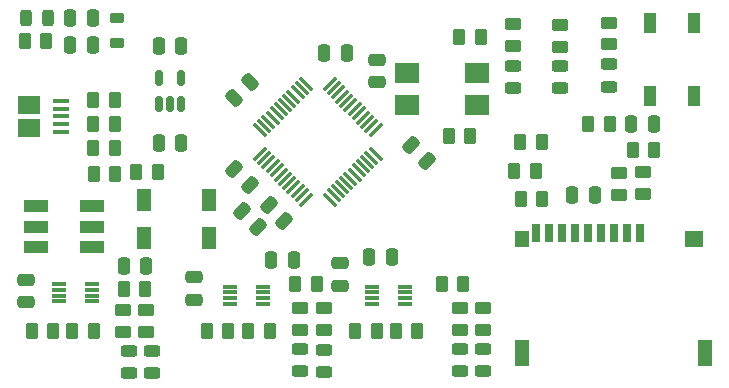
<source format=gtp>
G04 #@! TF.GenerationSoftware,KiCad,Pcbnew,8.0.7*
G04 #@! TF.CreationDate,2025-03-03T01:54:19+02:00*
G04 #@! TF.ProjectId,slug_v1_0,736c7567-5f76-4315-9f30-2e6b69636164,rev?*
G04 #@! TF.SameCoordinates,Original*
G04 #@! TF.FileFunction,Paste,Top*
G04 #@! TF.FilePolarity,Positive*
%FSLAX46Y46*%
G04 Gerber Fmt 4.6, Leading zero omitted, Abs format (unit mm)*
G04 Created by KiCad (PCBNEW 8.0.7) date 2025-03-03 01:54:19*
%MOMM*%
%LPD*%
G01*
G04 APERTURE LIST*
G04 Aperture macros list*
%AMRoundRect*
0 Rectangle with rounded corners*
0 $1 Rounding radius*
0 $2 $3 $4 $5 $6 $7 $8 $9 X,Y pos of 4 corners*
0 Add a 4 corners polygon primitive as box body*
4,1,4,$2,$3,$4,$5,$6,$7,$8,$9,$2,$3,0*
0 Add four circle primitives for the rounded corners*
1,1,$1+$1,$2,$3*
1,1,$1+$1,$4,$5*
1,1,$1+$1,$6,$7*
1,1,$1+$1,$8,$9*
0 Add four rect primitives between the rounded corners*
20,1,$1+$1,$2,$3,$4,$5,0*
20,1,$1+$1,$4,$5,$6,$7,0*
20,1,$1+$1,$6,$7,$8,$9,0*
20,1,$1+$1,$8,$9,$2,$3,0*%
G04 Aperture macros list end*
%ADD10R,1.350000X0.400000*%
%ADD11R,1.900000X1.500000*%
%ADD12RoundRect,0.250000X-0.262500X-0.450000X0.262500X-0.450000X0.262500X0.450000X-0.262500X0.450000X0*%
%ADD13RoundRect,0.218750X0.381250X-0.218750X0.381250X0.218750X-0.381250X0.218750X-0.381250X-0.218750X0*%
%ADD14RoundRect,0.243750X-0.243750X-0.456250X0.243750X-0.456250X0.243750X0.456250X-0.243750X0.456250X0*%
%ADD15RoundRect,0.250000X-0.250000X-0.475000X0.250000X-0.475000X0.250000X0.475000X-0.250000X0.475000X0*%
%ADD16RoundRect,0.243750X-0.456250X0.243750X-0.456250X-0.243750X0.456250X-0.243750X0.456250X0.243750X0*%
%ADD17RoundRect,0.250000X0.512652X0.159099X0.159099X0.512652X-0.512652X-0.159099X-0.159099X-0.512652X0*%
%ADD18RoundRect,0.250000X0.450000X-0.262500X0.450000X0.262500X-0.450000X0.262500X-0.450000X-0.262500X0*%
%ADD19RoundRect,0.250000X0.250000X0.475000X-0.250000X0.475000X-0.250000X-0.475000X0.250000X-0.475000X0*%
%ADD20R,2.100000X1.700000*%
%ADD21RoundRect,0.087500X-0.537500X-0.087500X0.537500X-0.087500X0.537500X0.087500X-0.537500X0.087500X0*%
%ADD22RoundRect,0.150000X0.150000X-0.512500X0.150000X0.512500X-0.150000X0.512500X-0.150000X-0.512500X0*%
%ADD23RoundRect,0.250000X0.262500X0.450000X-0.262500X0.450000X-0.262500X-0.450000X0.262500X-0.450000X0*%
%ADD24RoundRect,0.250000X-0.512652X-0.159099X-0.159099X-0.512652X0.512652X0.159099X0.159099X0.512652X0*%
%ADD25RoundRect,0.250000X-0.159099X0.512652X-0.512652X0.159099X0.159099X-0.512652X0.512652X-0.159099X0*%
%ADD26R,1.200000X2.200000*%
%ADD27R,1.600000X1.400000*%
%ADD28R,1.200000X1.400000*%
%ADD29R,0.700000X1.600000*%
%ADD30RoundRect,0.250000X0.475000X-0.250000X0.475000X0.250000X-0.475000X0.250000X-0.475000X-0.250000X0*%
%ADD31R,2.000000X1.100000*%
%ADD32R,1.100000X1.800000*%
%ADD33RoundRect,0.250000X-0.475000X0.250000X-0.475000X-0.250000X0.475000X-0.250000X0.475000X0.250000X0*%
%ADD34R,1.300000X1.900000*%
%ADD35RoundRect,0.075000X-0.415425X-0.521491X0.521491X0.415425X0.415425X0.521491X-0.521491X-0.415425X0*%
%ADD36RoundRect,0.075000X0.415425X-0.521491X0.521491X-0.415425X-0.415425X0.521491X-0.521491X0.415425X0*%
G04 APERTURE END LIST*
D10*
G04 #@! TO.C,J4*
X67262500Y-108540000D03*
X67262500Y-109190000D03*
X67262500Y-109840000D03*
X67262500Y-110490000D03*
X67262500Y-111140000D03*
D11*
X64562500Y-108840000D03*
X64562500Y-110840000D03*
G04 #@! TD*
D12*
G04 #@! TO.C,R28*
X64187700Y-103505000D03*
X66012700Y-103505000D03*
G04 #@! TD*
D13*
G04 #@! TO.C,FB1*
X72000000Y-103625000D03*
X72000000Y-101500000D03*
G04 #@! TD*
D14*
G04 #@! TO.C,D8*
X64264300Y-101498400D03*
X66139300Y-101498400D03*
G04 #@! TD*
D15*
G04 #@! TO.C,C10*
X75550000Y-103900000D03*
X77450000Y-103900000D03*
G04 #@! TD*
D16*
G04 #@! TO.C,D9*
X113639600Y-105444200D03*
X113639600Y-107319200D03*
G04 #@! TD*
D17*
G04 #@! TO.C,C9*
X83247151Y-115682951D03*
X81903649Y-114339449D03*
G04 #@! TD*
D18*
G04 #@! TO.C,R23*
X87500000Y-127912500D03*
X87500000Y-126087500D03*
G04 #@! TD*
G04 #@! TO.C,R3*
X114500000Y-116500000D03*
X114500000Y-114675000D03*
G04 #@! TD*
D15*
G04 #@! TO.C,C18*
X72550000Y-122500000D03*
X74450000Y-122500000D03*
G04 #@! TD*
D16*
G04 #@! TO.C,D6*
X87500000Y-129562500D03*
X87500000Y-131437500D03*
G04 #@! TD*
D19*
G04 #@! TO.C,C2*
X91450000Y-104500000D03*
X89550000Y-104500000D03*
G04 #@! TD*
G04 #@! TO.C,C6*
X112450000Y-116500000D03*
X110550000Y-116500000D03*
G04 #@! TD*
D20*
G04 #@! TO.C,X1*
X102450000Y-106150000D03*
X96550000Y-106150000D03*
X96550000Y-108850000D03*
X102450000Y-108850000D03*
G04 #@! TD*
D21*
G04 #@! TO.C,U4*
X81600000Y-124250000D03*
X81600000Y-124750000D03*
X81600000Y-125250000D03*
X81600000Y-125750000D03*
X84400000Y-125750000D03*
X84400000Y-125250000D03*
X84400000Y-124750000D03*
X84400000Y-124250000D03*
G04 #@! TD*
D12*
G04 #@! TO.C,R32*
X70027500Y-114710000D03*
X71852500Y-114710000D03*
G04 #@! TD*
D18*
G04 #@! TO.C,R18*
X72517000Y-128064900D03*
X72517000Y-126239900D03*
G04 #@! TD*
D22*
G04 #@! TO.C,IC1*
X75525000Y-108837500D03*
X76475000Y-108837500D03*
X77425000Y-108837500D03*
X77425000Y-106562500D03*
X75525000Y-106562500D03*
G04 #@! TD*
D23*
G04 #@! TO.C,R16*
X97412500Y-128000000D03*
X95587500Y-128000000D03*
G04 #@! TD*
G04 #@! TO.C,R8*
X101912500Y-111500000D03*
X100087500Y-111500000D03*
G04 #@! TD*
D24*
G04 #@! TO.C,C4*
X84828249Y-117328249D03*
X86171751Y-118671751D03*
G04 #@! TD*
D25*
G04 #@! TO.C,C1*
X83247151Y-106948049D03*
X81903649Y-108291551D03*
G04 #@! TD*
D23*
G04 #@! TO.C,R2*
X117498500Y-112725200D03*
X115673500Y-112725200D03*
G04 #@! TD*
G04 #@! TO.C,R26*
X84912500Y-128000000D03*
X83087500Y-128000000D03*
G04 #@! TD*
D12*
G04 #@! TO.C,R19*
X72571600Y-124500000D03*
X74396600Y-124500000D03*
G04 #@! TD*
D23*
G04 #@! TO.C,R5*
X107950000Y-111988600D03*
X106125000Y-111988600D03*
G04 #@! TD*
D26*
G04 #@! TO.C,J8*
X121750000Y-129850000D03*
X106250000Y-129850000D03*
D27*
X120850000Y-120250000D03*
D28*
X106250000Y-120250000D03*
D29*
X107450000Y-119750000D03*
X108550000Y-119750000D03*
X109650000Y-119750000D03*
X110750000Y-119750000D03*
X111850000Y-119750000D03*
X112950000Y-119750000D03*
X114050000Y-119750000D03*
X115150000Y-119750000D03*
X116250000Y-119750000D03*
G04 #@! TD*
D12*
G04 #@! TO.C,R12*
X70007500Y-112510000D03*
X71832500Y-112510000D03*
G04 #@! TD*
D18*
G04 #@! TO.C,R4*
X116500000Y-116412500D03*
X116500000Y-114587500D03*
G04 #@! TD*
D15*
G04 #@! TO.C,C20*
X85050000Y-122000000D03*
X86950000Y-122000000D03*
G04 #@! TD*
D18*
G04 #@! TO.C,R14*
X101000000Y-127912500D03*
X101000000Y-126087500D03*
G04 #@! TD*
D12*
G04 #@! TO.C,R33*
X73617500Y-114550000D03*
X75442500Y-114550000D03*
G04 #@! TD*
D16*
G04 #@! TO.C,D3*
X103000000Y-129562500D03*
X103000000Y-131437500D03*
G04 #@! TD*
D18*
G04 #@! TO.C,R25*
X89500000Y-127912500D03*
X89500000Y-126087500D03*
G04 #@! TD*
D23*
G04 #@! TO.C,R6*
X107440100Y-114477800D03*
X105615100Y-114477800D03*
G04 #@! TD*
D18*
G04 #@! TO.C,R31*
X105500000Y-103850000D03*
X105500000Y-102025000D03*
G04 #@! TD*
D30*
G04 #@! TO.C,C7*
X93980000Y-106944200D03*
X93980000Y-105044200D03*
G04 #@! TD*
D23*
G04 #@! TO.C,R24*
X88912500Y-124000000D03*
X87087500Y-124000000D03*
G04 #@! TD*
D16*
G04 #@! TO.C,D5*
X74980800Y-129697000D03*
X74980800Y-131572000D03*
G04 #@! TD*
D19*
G04 #@! TO.C,C16*
X95250000Y-121710000D03*
X93350000Y-121710000D03*
G04 #@! TD*
D18*
G04 #@! TO.C,R30*
X109474000Y-103937400D03*
X109474000Y-102112400D03*
G04 #@! TD*
D19*
G04 #@! TO.C,C12*
X69950000Y-103784400D03*
X68050000Y-103784400D03*
G04 #@! TD*
D15*
G04 #@! TO.C,C11*
X75525000Y-112125000D03*
X77425000Y-112125000D03*
G04 #@! TD*
D31*
G04 #@! TO.C,D12*
X65110000Y-117470000D03*
X65110000Y-119170000D03*
X65110000Y-120870000D03*
X69910000Y-120870000D03*
X69910000Y-119170000D03*
X69910000Y-117470000D03*
G04 #@! TD*
D24*
G04 #@! TO.C,C8*
X82589449Y-117895449D03*
X83932951Y-119238951D03*
G04 #@! TD*
D12*
G04 #@! TO.C,R13*
X99500000Y-124000000D03*
X101325000Y-124000000D03*
G04 #@! TD*
D23*
G04 #@! TO.C,R9*
X71825000Y-110500000D03*
X70000000Y-110500000D03*
G04 #@! TD*
D17*
G04 #@! TO.C,C3*
X98207751Y-113625551D03*
X96864249Y-112282049D03*
G04 #@! TD*
D16*
G04 #@! TO.C,D2*
X101000000Y-129562500D03*
X101000000Y-131437500D03*
G04 #@! TD*
D32*
G04 #@! TO.C,SW5*
X120850000Y-101900000D03*
X120850000Y-108100000D03*
X117150000Y-101900000D03*
X117150000Y-108100000D03*
G04 #@! TD*
D23*
G04 #@! TO.C,R10*
X71825000Y-108500000D03*
X70000000Y-108500000D03*
G04 #@! TD*
G04 #@! TO.C,R27*
X81412500Y-128000000D03*
X79587500Y-128000000D03*
G04 #@! TD*
D16*
G04 #@! TO.C,D11*
X105500000Y-105562500D03*
X105500000Y-107437500D03*
G04 #@! TD*
D23*
G04 #@! TO.C,R7*
X107998900Y-116840000D03*
X106173900Y-116840000D03*
G04 #@! TD*
D19*
G04 #@! TO.C,C5*
X117450000Y-110500000D03*
X115550000Y-110500000D03*
G04 #@! TD*
D23*
G04 #@! TO.C,R21*
X70051300Y-127990600D03*
X68226300Y-127990600D03*
G04 #@! TD*
D18*
G04 #@! TO.C,R15*
X103000000Y-127912500D03*
X103000000Y-126087500D03*
G04 #@! TD*
D12*
G04 #@! TO.C,R1*
X111914300Y-110490000D03*
X113739300Y-110490000D03*
G04 #@! TD*
D16*
G04 #@! TO.C,D7*
X89500000Y-129625000D03*
X89500000Y-131500000D03*
G04 #@! TD*
D18*
G04 #@! TO.C,R29*
X113639600Y-103731700D03*
X113639600Y-101906700D03*
G04 #@! TD*
D19*
G04 #@! TO.C,C13*
X69950000Y-101500000D03*
X68050000Y-101500000D03*
G04 #@! TD*
D23*
G04 #@! TO.C,R22*
X66596900Y-127990600D03*
X64771900Y-127990600D03*
G04 #@! TD*
D33*
G04 #@! TO.C,C19*
X78486000Y-123459200D03*
X78486000Y-125359200D03*
G04 #@! TD*
D16*
G04 #@! TO.C,D4*
X72974200Y-129697000D03*
X72974200Y-131572000D03*
G04 #@! TD*
D23*
G04 #@! TO.C,R17*
X94000000Y-128000000D03*
X92175000Y-128000000D03*
G04 #@! TD*
D33*
G04 #@! TO.C,C17*
X64287400Y-123687800D03*
X64287400Y-125587800D03*
G04 #@! TD*
D16*
G04 #@! TO.C,D10*
X109474000Y-105562400D03*
X109474000Y-107437400D03*
G04 #@! TD*
D21*
G04 #@! TO.C,U3*
X67053000Y-124014800D03*
X67053000Y-124514800D03*
X67053000Y-125014800D03*
X67053000Y-125514800D03*
X69853000Y-125514800D03*
X69853000Y-125014800D03*
X69853000Y-124514800D03*
X69853000Y-124014800D03*
G04 #@! TD*
D34*
G04 #@! TO.C,Y2*
X79750000Y-116900000D03*
X74250000Y-116900000D03*
X74250000Y-120100000D03*
X79750000Y-120100000D03*
G04 #@! TD*
D35*
G04 #@! TO.C,U1*
X84112124Y-112998788D03*
X84465678Y-113352342D03*
X84819231Y-113705895D03*
X85172785Y-114059449D03*
X85526338Y-114413002D03*
X85879891Y-114766555D03*
X86233445Y-115120109D03*
X86586998Y-115473662D03*
X86940551Y-115827215D03*
X87294105Y-116180769D03*
X87647658Y-116534322D03*
X88001212Y-116887876D03*
D36*
X89998788Y-116887876D03*
X90352342Y-116534322D03*
X90705895Y-116180769D03*
X91059449Y-115827215D03*
X91413002Y-115473662D03*
X91766555Y-115120109D03*
X92120109Y-114766555D03*
X92473662Y-114413002D03*
X92827215Y-114059449D03*
X93180769Y-113705895D03*
X93534322Y-113352342D03*
X93887876Y-112998788D03*
D35*
X93887876Y-111001212D03*
X93534322Y-110647658D03*
X93180769Y-110294105D03*
X92827215Y-109940551D03*
X92473662Y-109586998D03*
X92120109Y-109233445D03*
X91766555Y-108879891D03*
X91413002Y-108526338D03*
X91059449Y-108172785D03*
X90705895Y-107819231D03*
X90352342Y-107465678D03*
X89998788Y-107112124D03*
D36*
X88001212Y-107112124D03*
X87647658Y-107465678D03*
X87294105Y-107819231D03*
X86940551Y-108172785D03*
X86586998Y-108526338D03*
X86233445Y-108879891D03*
X85879891Y-109233445D03*
X85526338Y-109586998D03*
X85172785Y-109940551D03*
X84819231Y-110294105D03*
X84465678Y-110647658D03*
X84112124Y-111001212D03*
G04 #@! TD*
D33*
G04 #@! TO.C,C15*
X90855800Y-122290800D03*
X90855800Y-124190800D03*
G04 #@! TD*
D18*
G04 #@! TO.C,R20*
X74422000Y-128092200D03*
X74422000Y-126267200D03*
G04 #@! TD*
D12*
G04 #@! TO.C,R11*
X100992300Y-103098600D03*
X102817300Y-103098600D03*
G04 #@! TD*
D21*
G04 #@! TO.C,U5*
X93600000Y-124250000D03*
X93600000Y-124750000D03*
X93600000Y-125250000D03*
X93600000Y-125750000D03*
X96400000Y-125750000D03*
X96400000Y-125250000D03*
X96400000Y-124750000D03*
X96400000Y-124250000D03*
G04 #@! TD*
M02*

</source>
